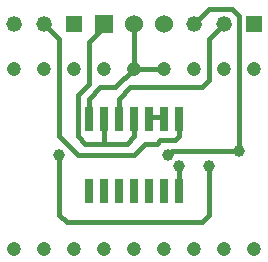
<source format=gtl>
G75*
G70*
%OFA0B0*%
%FSLAX24Y24*%
%IPPOS*%
%LPD*%
%AMOC8*
5,1,8,0,0,1.08239X$1,22.5*
%
%ADD10C,0.0520*%
%ADD11R,0.0520X0.0520*%
%ADD12R,0.0260X0.0800*%
%ADD13R,0.0600X0.0600*%
%ADD14C,0.0600*%
%ADD15C,0.0475*%
%ADD16C,0.0160*%
%ADD17C,0.0396*%
D10*
X003850Y008600D03*
X004850Y008600D03*
X009850Y008600D03*
X010850Y008600D03*
D11*
X011850Y008600D03*
X005850Y008600D03*
D12*
X006350Y005435D03*
X006850Y005435D03*
X007350Y005435D03*
X007850Y005435D03*
X008350Y005435D03*
X008850Y005435D03*
X009350Y005435D03*
X009350Y003015D03*
X008850Y003015D03*
X008350Y003015D03*
X007850Y003015D03*
X007350Y003015D03*
X006850Y003015D03*
X006350Y003015D03*
D13*
X006850Y008600D03*
D14*
X007850Y008600D03*
X008850Y008600D03*
D15*
X003850Y001100D03*
X004850Y001100D03*
X005850Y001100D03*
X006850Y001100D03*
X007850Y001100D03*
X008850Y001100D03*
X009850Y001100D03*
X010850Y001100D03*
X011850Y001100D03*
X011850Y007100D03*
X010850Y007100D03*
X009850Y007100D03*
X008850Y007100D03*
X007850Y007100D03*
X006850Y007100D03*
X005850Y007100D03*
X004850Y007100D03*
X003850Y007100D03*
D16*
X005350Y008100D02*
X004850Y008600D01*
X005350Y008100D02*
X005350Y004850D01*
X005975Y004225D01*
X007850Y004225D01*
X008225Y004600D01*
X008600Y004600D01*
X008725Y004725D01*
X009225Y004725D01*
X009350Y004850D01*
X009350Y005475D01*
X008850Y005475D02*
X008350Y005475D01*
X007850Y005475D02*
X007850Y004850D01*
X007600Y004600D01*
X006850Y004600D01*
X006850Y005475D01*
X006350Y005600D02*
X006350Y006100D01*
X006725Y006475D01*
X007225Y006475D01*
X007850Y007100D01*
X007850Y008475D01*
X006850Y008475D02*
X006350Y007975D01*
X006350Y006600D01*
X005975Y006225D01*
X005975Y004850D01*
X006225Y004600D01*
X006850Y004600D01*
X005350Y004225D02*
X005350Y002225D01*
X005600Y001975D01*
X010100Y001975D01*
X010350Y002225D01*
X010350Y003850D01*
X009350Y003850D02*
X009350Y002975D01*
X008975Y004225D02*
X009100Y004350D01*
X011350Y004350D01*
X011350Y008850D01*
X011100Y009100D01*
X010350Y009100D01*
X009850Y008600D01*
X010350Y008100D02*
X010850Y008600D01*
X010350Y008100D02*
X010350Y006725D01*
X010100Y006475D01*
X007725Y006475D01*
X007350Y006100D01*
X007350Y005600D01*
X008850Y005600D02*
X008850Y005475D01*
X008850Y007100D02*
X007850Y007100D01*
D17*
X011350Y004350D03*
X010350Y003850D03*
X009350Y003850D03*
X008975Y004225D03*
X005350Y004225D03*
M02*

</source>
